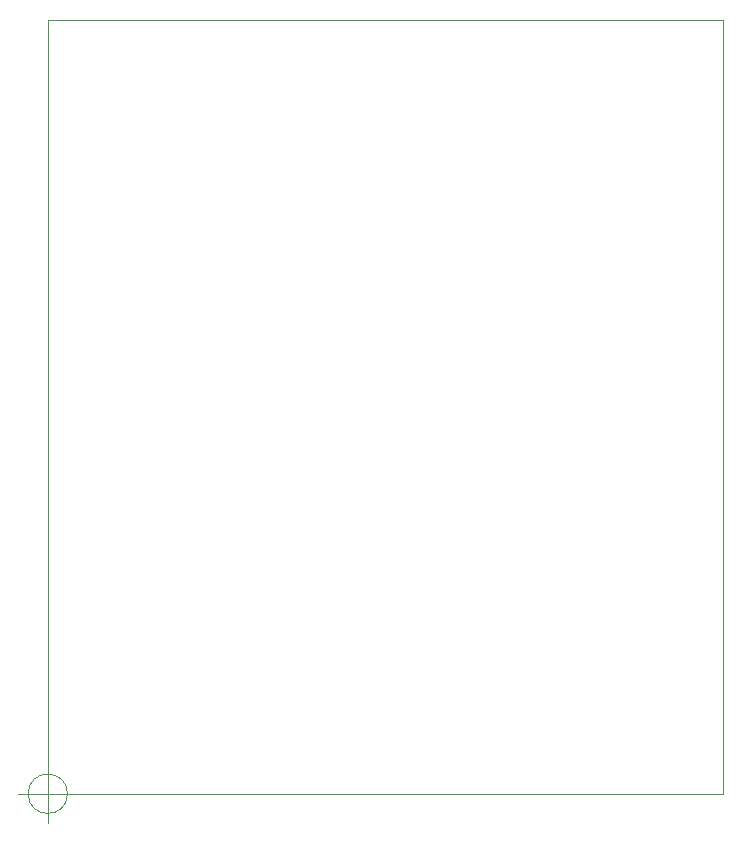
<source format=gm1>
G04 #@! TF.GenerationSoftware,KiCad,Pcbnew,(6.0.1)*
G04 #@! TF.CreationDate,2022-06-09T13:55:52-07:00*
G04 #@! TF.ProjectId,AudioAmpRev1_2,41756469-6f41-46d7-9052-6576315f322e,1.2*
G04 #@! TF.SameCoordinates,Original*
G04 #@! TF.FileFunction,Profile,NP*
%FSLAX46Y46*%
G04 Gerber Fmt 4.6, Leading zero omitted, Abs format (unit mm)*
G04 Created by KiCad (PCBNEW (6.0.1)) date 2022-06-09 13:55:52*
%MOMM*%
%LPD*%
G01*
G04 APERTURE LIST*
G04 #@! TA.AperFunction,Profile*
%ADD10C,0.100000*%
G04 #@! TD*
G04 APERTURE END LIST*
D10*
X96500000Y-67000000D02*
X153700000Y-67000000D01*
X153700000Y-67000000D02*
X153700000Y-132500000D01*
X153700000Y-132500000D02*
X96500000Y-132500000D01*
X96500000Y-132500000D02*
X96500000Y-67000000D01*
X98166666Y-132500000D02*
G75*
G03*
X98166666Y-132500000I-1666666J0D01*
G01*
X94000000Y-132500000D02*
X99000000Y-132500000D01*
X96500000Y-130000000D02*
X96500000Y-135000000D01*
M02*

</source>
